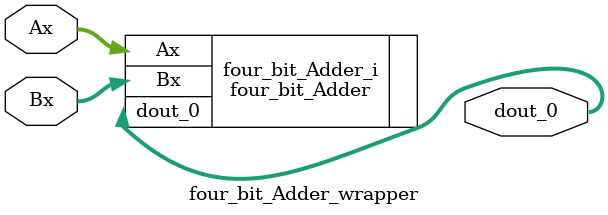
<source format=v>
`timescale 1 ps / 1 ps

module four_bit_Adder_wrapper
   (Ax,
    Bx,
    dout_0);
  input [3:0]Ax;
  input [3:0]Bx;
  output [4:0]dout_0;

  wire [3:0]Ax;
  wire [3:0]Bx;
  wire [4:0]dout_0;

  four_bit_Adder four_bit_Adder_i
       (.Ax(Ax),
        .Bx(Bx),
        .dout_0(dout_0));
endmodule

</source>
